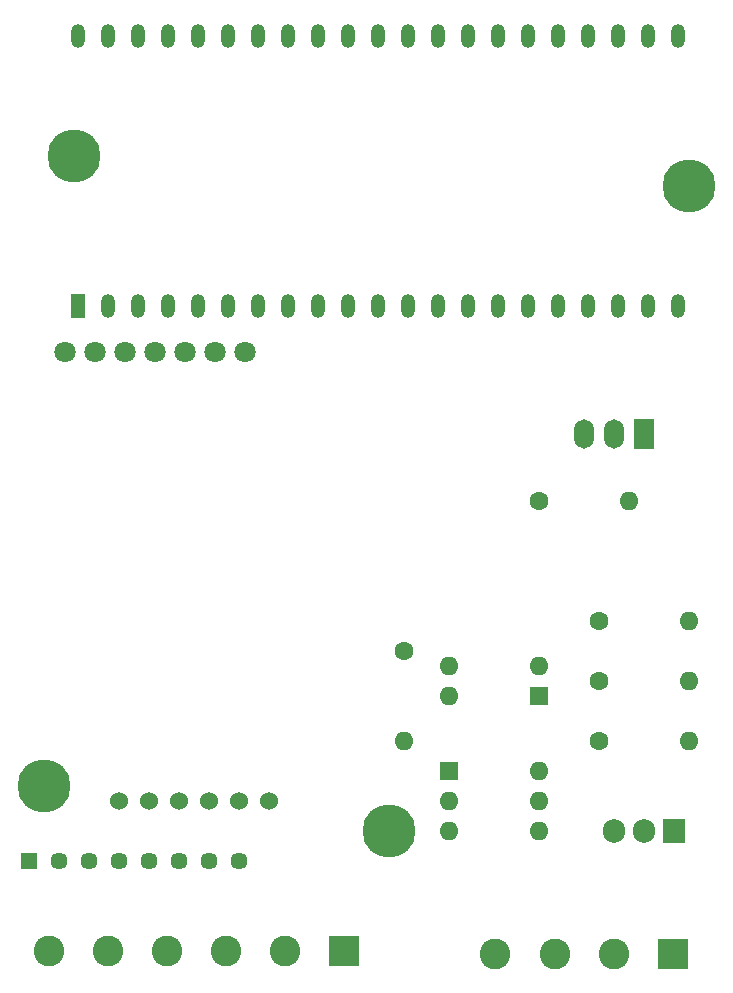
<source format=gbr>
%TF.GenerationSoftware,KiCad,Pcbnew,6.0.11+dfsg-1*%
%TF.CreationDate,2023-04-08T11:41:03+02:00*%
%TF.ProjectId,LampeV1,4c616d70-6556-4312-9e6b-696361645f70,rev?*%
%TF.SameCoordinates,Original*%
%TF.FileFunction,Soldermask,Bot*%
%TF.FilePolarity,Negative*%
%FSLAX46Y46*%
G04 Gerber Fmt 4.6, Leading zero omitted, Abs format (unit mm)*
G04 Created by KiCad (PCBNEW 6.0.11+dfsg-1) date 2023-04-08 11:41:03*
%MOMM*%
%LPD*%
G01*
G04 APERTURE LIST*
%ADD10C,4.500000*%
%ADD11C,3.100000*%
%ADD12R,2.600000X2.600000*%
%ADD13C,2.600000*%
%ADD14C,1.600000*%
%ADD15O,1.600000X1.600000*%
%ADD16C,1.800000*%
%ADD17C,1.524000*%
%ADD18R,1.700000X2.500000*%
%ADD19O,1.700000X2.500000*%
%ADD20R,1.450000X1.450000*%
%ADD21C,1.450000*%
%ADD22R,1.600000X1.600000*%
%ADD23R,1.200000X2.000000*%
%ADD24O,1.200000X2.000000*%
%ADD25R,1.905000X2.000000*%
%ADD26O,1.905000X2.000000*%
G04 APERTURE END LIST*
D10*
%TO.C,H3*%
X81280000Y-100330000D03*
D11*
X81280000Y-100330000D03*
%TD*%
D12*
%TO.C,J1*%
X106680000Y-114300000D03*
D13*
X101680000Y-114300000D03*
X96680000Y-114300000D03*
X91680000Y-114300000D03*
X86680000Y-114300000D03*
X81680000Y-114300000D03*
%TD*%
D14*
%TO.C,R8*%
X123190000Y-76240000D03*
D15*
X130810000Y-76240000D03*
%TD*%
D11*
%TO.C,H1*%
X83820000Y-46990000D03*
D10*
X83820000Y-46990000D03*
%TD*%
%TO.C,H4*%
X110490000Y-104140000D03*
D11*
X110490000Y-104140000D03*
%TD*%
D14*
%TO.C,R7*%
X111760000Y-88900000D03*
D15*
X111760000Y-96520000D03*
%TD*%
D16*
%TO.C,J4*%
X83047500Y-63647500D03*
X85587500Y-63647500D03*
X88127500Y-63647500D03*
X90667500Y-63637500D03*
X93207500Y-63647500D03*
X95747500Y-63647500D03*
X98287500Y-63647500D03*
%TD*%
D17*
%TO.C,J3*%
X87630000Y-101600000D03*
X90170000Y-101600000D03*
X92710000Y-101600000D03*
X95250000Y-101600000D03*
X97790000Y-101600000D03*
X100330000Y-101600000D03*
%TD*%
D18*
%TO.C,U5*%
X132080000Y-70580000D03*
D19*
X129540000Y-70580000D03*
X127000000Y-70580000D03*
%TD*%
D20*
%TO.C,U2*%
X80010000Y-106710000D03*
D21*
X82550000Y-106710000D03*
X85090000Y-106710000D03*
X87630000Y-106710000D03*
X90170000Y-106710000D03*
X92710000Y-106710000D03*
X95250000Y-106710000D03*
X97790000Y-106710000D03*
%TD*%
D10*
%TO.C,H2*%
X135890000Y-49530000D03*
D11*
X135890000Y-49530000D03*
%TD*%
D22*
%TO.C,U4*%
X115590000Y-99075000D03*
D15*
X115590000Y-101615000D03*
X115590000Y-104155000D03*
X123210000Y-104155000D03*
X123210000Y-101615000D03*
X123210000Y-99075000D03*
%TD*%
D23*
%TO.C,U1*%
X84152920Y-59688161D03*
D24*
X86692920Y-59688161D03*
X89232920Y-59688161D03*
X91772920Y-59688161D03*
X94312920Y-59688161D03*
X96852920Y-59688161D03*
X99392920Y-59688161D03*
X101932920Y-59688161D03*
X104472920Y-59688161D03*
X107012920Y-59688161D03*
X109552920Y-59688161D03*
X112092920Y-59688161D03*
X114632920Y-59688161D03*
X117172920Y-59688161D03*
X119712920Y-59688161D03*
X122252920Y-59688161D03*
X124792920Y-59688161D03*
X127332920Y-59688161D03*
X129872920Y-59688161D03*
X132410200Y-59691841D03*
X134950200Y-59691841D03*
X134950200Y-36831841D03*
X132410200Y-36828161D03*
X129870200Y-36828161D03*
X127330200Y-36828161D03*
X124790200Y-36828161D03*
X122250200Y-36828161D03*
X119710200Y-36828161D03*
X117170200Y-36828161D03*
X114630200Y-36828161D03*
X112090200Y-36828161D03*
X109550200Y-36828161D03*
X107010200Y-36828161D03*
X104470200Y-36828161D03*
X101930200Y-36828161D03*
X99390200Y-36828161D03*
X96850200Y-36828161D03*
X94310200Y-36828161D03*
X91770200Y-36828161D03*
X89230200Y-36828161D03*
X86690200Y-36828161D03*
X84150200Y-36828161D03*
%TD*%
D22*
%TO.C,U3*%
X123180000Y-92715000D03*
D15*
X123180000Y-90175000D03*
X115560000Y-90175000D03*
X115560000Y-92715000D03*
%TD*%
D14*
%TO.C,R9*%
X128270000Y-96520000D03*
D15*
X135890000Y-96520000D03*
%TD*%
D25*
%TO.C,Q7*%
X134620000Y-104140000D03*
D26*
X132080000Y-104140000D03*
X129540000Y-104140000D03*
%TD*%
D14*
%TO.C,R10*%
X128270000Y-86360000D03*
D15*
X135890000Y-86360000D03*
%TD*%
D14*
%TO.C,R11*%
X128270000Y-91440000D03*
D15*
X135890000Y-91440000D03*
%TD*%
D12*
%TO.C,J2*%
X134500000Y-114580000D03*
D13*
X129500000Y-114580000D03*
X124500000Y-114580000D03*
X119500000Y-114580000D03*
%TD*%
M02*

</source>
